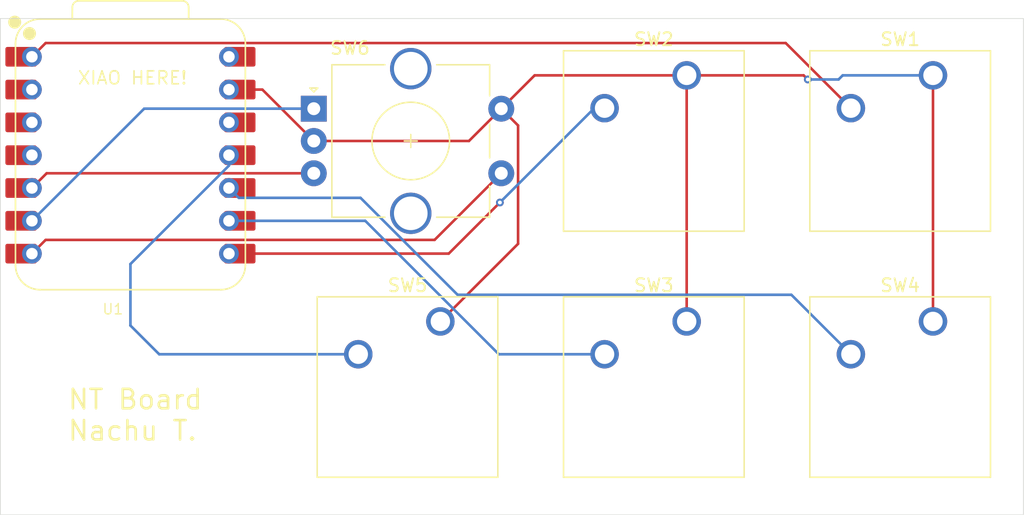
<source format=kicad_pcb>
(kicad_pcb (version 20240108) (generator "pcbnew") (generator_version "8.0")
  (layers (0 "F.Cu" signal) (31 "B.Cu" signal) (34 "B.Paste" user) (35 "F.Paste" user) (36 "B.SilkS" user "B.Silkscreen") (37 "F.SilkS" user "F.Silkscreen") (38 "B.Mask" user) (39 "F.Mask" user) (44 "Edge.Cuts" user))
  (net 0 "")
  (net 1 "Net-(U1-GPIO26{slash}ADC0{slash}A0)")
  (net 2 "GND")
  (net 3 "Net-(U1-GPIO1{slash}RX)")
  (net 4 "Net-(U1-GPIO2{slash}SCK)")
  (net 5 "Net-(U1-GPIO4{slash}MISO)")
  (net 6 "Net-(U1-GPIO3{slash}MOSI)")
  (net 7 "Net-(U1-GPIO6{slash}SDA)")
  (net 8 "Net-(U1-GPIO7{slash}SCL)")
  (net 9 "Net-(U1-GPIO0{slash}TX)")
  (net 14 "+5V")
  (footprint "Button_Switch_Keyboard:SW_Cherry_MX_1.00u_PCB" (layer "F.Cu") (at 152.55875 128.27)
    (property "Reference" "SW3" (at -2.54 -2.794 0) (layer "F.SilkS"))
    (property "Value" "SW_Push")
    (fp_line (start -9.525 -1.905) (end 4.445 -1.905) (stroke (width 0.12)) (layer "F.SilkS"))
    (fp_line (start -9.525 12.065) (end -9.525 -1.905) (stroke (width 0.12)) (layer "F.SilkS"))
    (fp_line (start 4.445 -1.905) (end 4.445 12.065) (stroke (width 0.12)) (layer "F.SilkS"))
    (fp_line (start 4.445 12.065) (end -9.525 12.065) (stroke (width 0.12)) (layer "F.SilkS"))
    (pad "" np_thru_hole circle (at -7.62 5.08) (size 1.7 1.7) (drill 1.7) (layers "*.Cu" "*.Mask"))
    (pad "" np_thru_hole circle (at -2.54 5.08) (size 4 4) (drill 4) (layers "*.Cu" "*.Mask"))
    (pad "" np_thru_hole circle (at 2.54 5.08) (size 1.7 1.7) (drill 1.7) (layers "*.Cu" "*.Mask"))
    (pad "1" thru_hole circle (at 0 0) (size 2.2 2.2) (drill 1.5) (layers "*.Cu" "*.Mask") (net 2 "GND"))
    (pad "2" thru_hole circle (at -6.35 2.54) (size 2.2 2.2) (drill 1.5) (layers "*.Cu" "*.Mask") (net 4 "Net-(U1-GPIO2{slash}SCK)"))
  )
  (footprint "Rotary_Encoder:RotaryEncoder_Alps_EC11E-Switch_Vertical_H20mm_CircularMountingHoles" (layer "F.Cu") (at 123.71875 111.8)
    (property "Reference" "SW6" (at 2.8 -4.7 0) (layer "F.SilkS"))
    (property "Value" "RotaryEncoder_Switch")
    (fp_line (start -0.3 -1.6) (end 0.3 -1.6) (stroke (width 0.12)) (layer "F.SilkS"))
    (fp_line (start 0 -1.3) (end -0.3 -1.6) (stroke (width 0.12)) (layer "F.SilkS"))
    (fp_line (start 0.3 -1.6) (end 0 -1.3) (stroke (width 0.12)) (layer "F.SilkS"))
    (fp_line (start 1.4 -3.4) (end 1.4 8.4) (stroke (width 0.12)) (layer "F.SilkS"))
    (fp_line (start 5.5 -3.4) (end 1.4 -3.4) (stroke (width 0.12)) (layer "F.SilkS"))
    (fp_line (start 5.5 8.4) (end 1.4 8.4) (stroke (width 0.12)) (layer "F.SilkS"))
    (fp_line (start 7 2.5) (end 8 2.5) (stroke (width 0.12)) (layer "F.SilkS"))
    (fp_line (start 7.5 2) (end 7.5 3) (stroke (width 0.12)) (layer "F.SilkS"))
    (fp_line (start 9.5 -3.4) (end 13.6 -3.4) (stroke (width 0.12)) (layer "F.SilkS"))
    (fp_line (start 13.6 -3.4) (end 13.6 -1) (stroke (width 0.12)) (layer "F.SilkS"))
    (fp_line (start 13.6 1.2) (end 13.6 3.8) (stroke (width 0.12)) (layer "F.SilkS"))
    (fp_line (start 13.6 6) (end 13.6 8.4) (stroke (width 0.12)) (layer "F.SilkS"))
    (fp_line (start 13.6 8.4) (end 9.5 8.4) (stroke (width 0.12)) (layer "F.SilkS"))
    (fp_circle (center 7.5 2.5) (end 10.5 2.5) (stroke (width 0.12)) (fill none) (layer "F.SilkS"))
    (pad "A" thru_hole rect (at 0 0) (size 2 2) (drill 1) (layers "*.Cu" "*.Mask") (net 8 "Net-(U1-GPIO7{slash}SCL)"))
    (pad "B" thru_hole circle (at 0 5) (size 2 2) (drill 1) (layers "*.Cu" "*.Mask") (net 7 "Net-(U1-GPIO6{slash}SDA)"))
    (pad "C" thru_hole circle (at 0 2.5) (size 2 2) (drill 1) (layers "*.Cu" "*.Mask") (net 2 "GND"))
    (pad "MP" thru_hole circle (at 7.5 -3.1) (size 3.2 3.2) (drill 2.6) (layers "*.Cu" "*.Mask"))
    (pad "MP" thru_hole circle (at 7.5 8.1) (size 3.2 3.2) (drill 2.6) (layers "*.Cu" "*.Mask"))
    (pad "S1" thru_hole circle (at 14.5 5) (size 2 2) (drill 1) (layers "*.Cu" "*.Mask") (net 9 "Net-(U1-GPIO0{slash}TX)"))
    (pad "S2" thru_hole circle (at 14.5 0) (size 2 2) (drill 1) (layers "*.Cu" "*.Mask") (net 2 "GND"))
  )
  (footprint "Button_Switch_Keyboard:SW_Cherry_MX_1.00u_PCB" (layer "F.Cu") (at 152.55875 109.22)
    (property "Reference" "SW2" (at -2.54 -2.794 0) (layer "F.SilkS"))
    (property "Value" "SW_Push")
    (fp_line (start -9.525 -1.905) (end 4.445 -1.905) (stroke (width 0.12)) (layer "F.SilkS"))
    (fp_line (start -9.525 12.065) (end -9.525 -1.905) (stroke (width 0.12)) (layer "F.SilkS"))
    (fp_line (start 4.445 -1.905) (end 4.445 12.065) (stroke (width 0.12)) (layer "F.SilkS"))
    (fp_line (start 4.445 12.065) (end -9.525 12.065) (stroke (width 0.12)) (layer "F.SilkS"))
    (pad "" np_thru_hole circle (at -7.62 5.08) (size 1.7 1.7) (drill 1.7) (layers "*.Cu" "*.Mask"))
    (pad "" np_thru_hole circle (at -2.54 5.08) (size 4 4) (drill 4) (layers "*.Cu" "*.Mask"))
    (pad "" np_thru_hole circle (at 2.54 5.08) (size 1.7 1.7) (drill 1.7) (layers "*.Cu" "*.Mask"))
    (pad "1" thru_hole circle (at 0 0) (size 2.2 2.2) (drill 1.5) (layers "*.Cu" "*.Mask") (net 2 "GND"))
    (pad "2" thru_hole circle (at -6.35 2.54) (size 2.2 2.2) (drill 1.5) (layers "*.Cu" "*.Mask") (net 3 "Net-(U1-GPIO1{slash}RX)"))
  )
  (footprint "Button_Switch_Keyboard:SW_Cherry_MX_1.00u_PCB" (layer "F.Cu") (at 171.60875 128.27)
    (property "Reference" "SW4" (at -2.54 -2.794 0) (layer "F.SilkS"))
    (property "Value" "SW_Push")
    (fp_line (start -9.525 -1.905) (end 4.445 -1.905) (stroke (width 0.12)) (layer "F.SilkS"))
    (fp_line (start -9.525 12.065) (end -9.525 -1.905) (stroke (width 0.12)) (layer "F.SilkS"))
    (fp_line (start 4.445 -1.905) (end 4.445 12.065) (stroke (width 0.12)) (layer "F.SilkS"))
    (fp_line (start 4.445 12.065) (end -9.525 12.065) (stroke (width 0.12)) (layer "F.SilkS"))
    (pad "" np_thru_hole circle (at -7.62 5.08) (size 1.7 1.7) (drill 1.7) (layers "*.Cu" "*.Mask"))
    (pad "" np_thru_hole circle (at -2.54 5.08) (size 4 4) (drill 4) (layers "*.Cu" "*.Mask"))
    (pad "" np_thru_hole circle (at 2.54 5.08) (size 1.7 1.7) (drill 1.7) (layers "*.Cu" "*.Mask"))
    (pad "1" thru_hole circle (at 0 0) (size 2.2 2.2) (drill 1.5) (layers "*.Cu" "*.Mask") (net 2 "GND"))
    (pad "2" thru_hole circle (at -6.35 2.54) (size 2.2 2.2) (drill 1.5) (layers "*.Cu" "*.Mask") (net 5 "Net-(U1-GPIO4{slash}MISO)"))
  )
  (footprint "Button_Switch_Keyboard:SW_Cherry_MX_1.00u_PCB" (layer "F.Cu") (at 171.60875 109.22)
    (property "Reference" "SW1" (at -2.54 -2.794 0) (layer "F.SilkS"))
    (property "Value" "SW_Push")
    (fp_line (start -9.525 -1.905) (end 4.445 -1.905) (stroke (width 0.12)) (layer "F.SilkS"))
    (fp_line (start -9.525 12.065) (end -9.525 -1.905) (stroke (width 0.12)) (layer "F.SilkS"))
    (fp_line (start 4.445 -1.905) (end 4.445 12.065) (stroke (width 0.12)) (layer "F.SilkS"))
    (fp_line (start 4.445 12.065) (end -9.525 12.065) (stroke (width 0.12)) (layer "F.SilkS"))
    (pad "" np_thru_hole circle (at -7.62 5.08) (size 1.7 1.7) (drill 1.7) (layers "*.Cu" "*.Mask"))
    (pad "" np_thru_hole circle (at -2.54 5.08) (size 4 4) (drill 4) (layers "*.Cu" "*.Mask"))
    (pad "" np_thru_hole circle (at 2.54 5.08) (size 1.7 1.7) (drill 1.7) (layers "*.Cu" "*.Mask"))
    (pad "1" thru_hole circle (at 0 0) (size 2.2 2.2) (drill 1.5) (layers "*.Cu" "*.Mask") (net 2 "GND"))
    (pad "2" thru_hole circle (at -6.35 2.54) (size 2.2 2.2) (drill 1.5) (layers "*.Cu" "*.Mask") (net 1 "Net-(U1-GPIO26{slash}ADC0{slash}A0)"))
  )
  (footprint "OPL:XIAO-RP2040-DIP" (layer "F.Cu") (at 109.5375 115.4)
    (property "Reference" "U1" (at -1.3575 11.92 0) (layer "F.SilkS") (effects (font (size 0.8 0.8) (thickness 0.1016))))
    (property "Value" "XIAO-RP2040-DIP")
    (fp_line (start -8.89 8.509) (end -8.89 -8.636) (stroke (width 0.127)) (layer "F.SilkS"))
    (fp_line (start -6.985 10.414) (end 6.985 10.414) (stroke (width 0.127)) (layer "F.SilkS"))
    (fp_line (start -4.495 -10.541) (end -4.491272 -11.451272) (stroke (width 0.127)) (layer "F.SilkS"))
    (fp_line (start -3.991272 -11.951) (end 4.004 -11.951) (stroke (width 0.127)) (layer "F.SilkS"))
    (fp_line (start 4.504 -11.451) (end 4.504 -10.541) (stroke (width 0.127)) (layer "F.SilkS"))
    (fp_line (start 6.985 -10.541) (end -6.985 -10.541) (stroke (width 0.1)) (layer "F.SilkS"))
    (fp_line (start 6.985 -10.541) (end -6.985 -10.541) (stroke (width 0.127)) (layer "F.SilkS"))
    (fp_line (start 8.89 8.509) (end 8.89 -8.636) (stroke (width 0.127)) (layer "F.SilkS"))
    (fp_arc (start -8.89 -8.636) (mid -8.332038 -9.983038) (end -6.985 -10.541) (stroke (width 0.127)) (layer "F.SilkS"))
    (fp_arc (start -6.985 10.414) (mid -8.332038 9.856038) (end -8.89 8.509) (stroke (width 0.127)) (layer "F.SilkS"))
    (fp_arc (start -4.491272 -11.451272) (mid -4.344724 -11.804644) (end -3.991272 -11.951) (stroke (width 0.127)) (layer "F.SilkS"))
    (fp_arc (start 4.004 -11.951) (mid 4.357553 -11.804553) (end 4.504 -11.451) (stroke (width 0.127)) (layer "F.SilkS"))
    (fp_arc (start 6.985 -10.541) (mid 8.332038 -9.983038) (end 8.89 -8.636) (stroke (width 0.127)) (layer "F.SilkS"))
    (fp_arc (start 8.89 8.509) (mid 8.332038 9.856038) (end 6.985 10.414) (stroke (width 0.127)) (layer "F.SilkS"))
    (fp_circle (center -8.95 -10.3) (end -8.95 -10.554) (stroke (width 0.5)) (fill solid) (layer "F.SilkS"))
    (fp_circle (center -7.807 -9.42) (end -7.807 -9.674) (stroke (width 0.5)) (fill solid) (layer "F.SilkS"))
    (pad "1" smd roundrect (at -8.455 -7.62 180) (size 2.432 1.524) (layers "F.Cu" "F.Mask") (roundrect_rratio 0.1) (net 1 "Net-(U1-GPIO26{slash}ADC0{slash}A0)"))
    (pad "1" thru_hole circle (at -7.62 -7.62 180) (size 1.524 1.524) (drill 0.889) (layers "*.Cu" "*.Mask") (net 1 "Net-(U1-GPIO26{slash}ADC0{slash}A0)"))
    (pad "2" smd roundrect (at -8.455 -5.08 180) (size 2.432 1.524) (layers "F.Cu" "F.Mask") (roundrect_rratio 0.1))
    (pad "2" thru_hole circle (at -7.62 -5.08 180) (size 1.524 1.524) (drill 0.889) (layers "*.Cu" "*.Mask"))
    (pad "3" smd roundrect (at -8.455 -2.54 180) (size 2.432 1.524) (layers "F.Cu" "F.Mask") (roundrect_rratio 0.1))
    (pad "3" thru_hole circle (at -7.62 -2.54 180) (size 1.524 1.524) (drill 0.889) (layers "*.Cu" "*.Mask"))
    (pad "4" smd roundrect (at -8.455 0 180) (size 2.432 1.524) (layers "F.Cu" "F.Mask") (roundrect_rratio 0.1))
    (pad "4" thru_hole circle (at -7.62 0 180) (size 1.524 1.524) (drill 0.889) (layers "*.Cu" "*.Mask"))
    (pad "5" smd roundrect (at -8.455 2.54 180) (size 2.432 1.524) (layers "F.Cu" "F.Mask") (roundrect_rratio 0.1) (net 7 "Net-(U1-GPIO6{slash}SDA)"))
    (pad "5" thru_hole circle (at -7.62 2.54 180) (size 1.524 1.524) (drill 0.889) (layers "*.Cu" "*.Mask") (net 7 "Net-(U1-GPIO6{slash}SDA)"))
    (pad "6" smd roundrect (at -8.455 5.08 180) (size 2.432 1.524) (layers "F.Cu" "F.Mask") (roundrect_rratio 0.1) (net 8 "Net-(U1-GPIO7{slash}SCL)"))
    (pad "6" thru_hole circle (at -7.62 5.08 180) (size 1.524 1.524) (drill 0.889) (layers "*.Cu" "*.Mask") (net 8 "Net-(U1-GPIO7{slash}SCL)"))
    (pad "7" smd roundrect (at -8.455 7.62 180) (size 2.432 1.524) (layers "F.Cu" "F.Mask") (roundrect_rratio 0.1) (net 9 "Net-(U1-GPIO0{slash}TX)"))
    (pad "7" thru_hole circle (at -7.62 7.62 180) (size 1.524 1.524) (drill 0.889) (layers "*.Cu" "*.Mask") (net 9 "Net-(U1-GPIO0{slash}TX)"))
    (pad "8" thru_hole circle (at 7.62 7.62) (size 1.524 1.524) (drill 0.889) (layers "*.Cu" "*.Mask") (net 3 "Net-(U1-GPIO1{slash}RX)"))
    (pad "8" smd roundrect (at 8.455 7.62) (size 2.432 1.524) (layers "F.Cu" "F.Mask") (roundrect_rratio 0.1) (net 3 "Net-(U1-GPIO1{slash}RX)"))
    (pad "9" thru_hole circle (at 7.62 5.08) (size 1.524 1.524) (drill 0.889) (layers "*.Cu" "*.Mask") (net 4 "Net-(U1-GPIO2{slash}SCK)"))
    (pad "9" smd roundrect (at 8.455 5.08) (size 2.432 1.524) (layers "F.Cu" "F.Mask") (roundrect_rratio 0.1) (net 4 "Net-(U1-GPIO2{slash}SCK)"))
    (pad "10" thru_hole circle (at 7.62 2.54) (size 1.524 1.524) (drill 0.889) (layers "*.Cu" "*.Mask") (net 5 "Net-(U1-GPIO4{slash}MISO)"))
    (pad "10" smd roundrect (at 8.455 2.54) (size 2.432 1.524) (layers "F.Cu" "F.Mask") (roundrect_rratio 0.1) (net 5 "Net-(U1-GPIO4{slash}MISO)"))
    (pad "11" thru_hole circle (at 7.62 0) (size 1.524 1.524) (drill 0.889) (layers "*.Cu" "*.Mask") (net 6 "Net-(U1-GPIO3{slash}MOSI)"))
    (pad "11" smd roundrect (at 8.455 0) (size 2.432 1.524) (layers "F.Cu" "F.Mask") (roundrect_rratio 0.1) (net 6 "Net-(U1-GPIO3{slash}MOSI)"))
    (pad "12" thru_hole circle (at 7.62 -2.54) (size 1.524 1.524) (drill 0.889) (layers "*.Cu" "*.Mask"))
    (pad "12" smd roundrect (at 8.455 -2.54) (size 2.432 1.524) (layers "F.Cu" "F.Mask") (roundrect_rratio 0.1))
    (pad "13" thru_hole circle (at 7.62 -5.08) (size 1.524 1.524) (drill 0.889) (layers "*.Cu" "*.Mask") (net 2 "GND"))
    (pad "13" smd roundrect (at 8.455 -5.08) (size 2.432 1.524) (layers "F.Cu" "F.Mask") (roundrect_rratio 0.1) (net 2 "GND"))
    (pad "14" thru_hole circle (at 7.62 -7.62) (size 1.524 1.524) (drill 0.889) (layers "*.Cu" "*.Mask") (net 14 "+5V"))
    (pad "14" smd roundrect (at 8.455 -7.62) (size 2.432 1.524) (layers "F.Cu" "F.Mask") (roundrect_rratio 0.1) (net 14 "+5V"))
  )
  (footprint "Button_Switch_Keyboard:SW_Cherry_MX_1.00u_PCB" (layer "F.Cu") (at 133.50875 128.27)
    (property "Reference" "SW5" (at -2.54 -2.794 0) (layer "F.SilkS"))
    (property "Value" "SW_Push")
    (fp_line (start -9.525 -1.905) (end 4.445 -1.905) (stroke (width 0.12)) (layer "F.SilkS"))
    (fp_line (start -9.525 12.065) (end -9.525 -1.905) (stroke (width 0.12)) (layer "F.SilkS"))
    (fp_line (start 4.445 -1.905) (end 4.445 12.065) (stroke (width 0.12)) (layer "F.SilkS"))
    (fp_line (start 4.445 12.065) (end -9.525 12.065) (stroke (width 0.12)) (layer "F.SilkS"))
    (pad "" np_thru_hole circle (at -7.62 5.08) (size 1.7 1.7) (drill 1.7) (layers "*.Cu" "*.Mask"))
    (pad "" np_thru_hole circle (at -2.54 5.08) (size 4 4) (drill 4) (layers "*.Cu" "*.Mask"))
    (pad "" np_thru_hole circle (at 2.54 5.08) (size 1.7 1.7) (drill 1.7) (layers "*.Cu" "*.Mask"))
    (pad "1" thru_hole circle (at 0 0) (size 2.2 2.2) (drill 1.5) (layers "*.Cu" "*.Mask") (net 2 "GND"))
    (pad "2" thru_hole circle (at -6.35 2.54) (size 2.2 2.2) (drill 1.5) (layers "*.Cu" "*.Mask") (net 6 "Net-(U1-GPIO3{slash}MOSI)"))
  )
  (gr_rect (start 99.475 104.82) (end 178.605 143.23) (stroke (width 0.05)) (fill none) (layer "Edge.Cuts"))
  (gr_text "NT Board\nNachu T." (at 104.6 137.6 0) (layer "F.SilkS") (effects (font (size 1.5 1.5) (thickness 0.2) (bold yes)) (justify left bottom)))
  (gr_text "XIAO HERE!" (at 105.4 110 0) (layer "F.SilkS") (effects (font (size 1 1) (thickness 0.125)) (justify left bottom)))
  (segment (start 101.9175 107.78) (end 102.9795 106.718) (width 0.2) (layer "F.Cu") (net 1))
  (segment (start 160.21675 106.718) (end 165.25875 111.76) (width 0.2) (layer "F.Cu") (net 1))
  (segment (start 102.9795 106.718) (end 160.21675 106.718) (width 0.2) (layer "F.Cu") (net 1))
  (segment (start 138.21875 111.8) (end 139.51875 113.1) (width 0.2) (layer "F.Cu") (net 2))
  (segment (start 138.21875 111.8) (end 140.79875 109.22) (width 0.2) (layer "F.Cu") (net 2))
  (segment (start 161.6075 109.22) (end 161.925 109.5375) (width 0.2) (layer "F.Cu") (net 2))
  (segment (start 171.60875 109.22) (end 171.60875 128.27) (width 0.2) (layer "F.Cu") (net 2))
  (segment (start 119.73875 110.32) (end 123.71875 114.3) (width 0.2) (layer "F.Cu") (net 2))
  (segment (start 139.51875 122.26) (end 133.50875 128.27) (width 0.2) (layer "F.Cu") (net 2))
  (segment (start 152.55875 109.22) (end 161.6075 109.22) (width 0.2) (layer "F.Cu") (net 2))
  (segment (start 117.1575 110.32) (end 119.73875 110.32) (width 0.2) (layer "F.Cu") (net 2))
  (segment (start 135.71875 114.3) (end 138.21875 111.8) (width 0.2) (layer "F.Cu") (net 2))
  (segment (start 139.51875 113.1) (end 139.51875 122.26) (width 0.2) (layer "F.Cu") (net 2))
  (segment (start 123.71875 114.3) (end 135.71875 114.3) (width 0.2) (layer "F.Cu") (net 2))
  (segment (start 152.55875 109.22) (end 152.55875 128.27) (width 0.2) (layer "F.Cu") (net 2))
  (segment (start 140.79875 109.22) (end 152.55875 109.22) (width 0.2) (layer "F.Cu") (net 2))
  (via (at 161.925 109.5375) (size 0.6) (drill 0.3) (layers "F.Cu" "B.Cu") (net 2))
  (segment (start 164.30625 109.5375) (end 164.62375 109.22) (width 0.2) (layer "B.Cu") (net 2))
  (segment (start 164.62375 109.22) (end 171.60875 109.22) (width 0.2) (layer "B.Cu") (net 2))
  (segment (start 161.925 109.5375) (end 164.30625 109.5375) (width 0.2) (layer "B.Cu") (net 2))
  (segment (start 117.1575 123.02) (end 134.155 123.02) (width 0.2) (layer "F.Cu") (net 3))
  (segment (start 134.155 123.02) (end 138.1125 119.0625) (width 0.2) (layer "F.Cu") (net 3))
  (via (at 138.1125 119.0625) (size 0.6) (drill 0.3) (layers "F.Cu" "B.Cu") (net 3))
  (segment (start 145.415 111.76) (end 146.20875 111.76) (width 0.2) (layer "B.Cu") (net 3))
  (segment (start 138.1125 119.0625) (end 145.415 111.76) (width 0.2) (layer "B.Cu") (net 3))
  (segment (start 127.698649 120.48) (end 138.028649 130.81) (width 0.2) (layer "B.Cu") (net 4))
  (segment (start 117.1575 120.48) (end 127.698649 120.48) (width 0.2) (layer "B.Cu") (net 4))
  (segment (start 138.028649 130.81) (end 146.20875 130.81) (width 0.2) (layer "B.Cu") (net 4))
  (segment (start 127.333743 118.701999) (end 134.837994 126.20625) (width 0.2) (layer "B.Cu") (net 5))
  (segment (start 134.837994 126.20625) (end 160.655 126.20625) (width 0.2) (layer "B.Cu") (net 5))
  (segment (start 117.1575 117.94) (end 117.919499 118.701999) (width 0.2) (layer "B.Cu") (net 5))
  (segment (start 117.919499 118.701999) (end 127.333743 118.701999) (width 0.2) (layer "B.Cu") (net 5))
  (segment (start 160.655 126.20625) (end 165.25875 130.81) (width 0.2) (layer "B.Cu") (net 5))
  (segment (start 109.5375 128.5875) (end 111.76 130.81) (width 0.2) (layer "B.Cu") (net 6))
  (segment (start 111.76 130.81) (end 127.15875 130.81) (width 0.2) (layer "B.Cu") (net 6))
  (segment (start 109.5375 123.825) (end 109.5375 128.5875) (width 0.2) (layer "B.Cu") (net 6))
  (segment (start 117.1575 115.4) (end 117.1575 116.205) (width 0.2) (layer "B.Cu") (net 6))
  (segment (start 117.1575 116.205) (end 109.5375 123.825) (width 0.2) (layer "B.Cu") (net 6))
  (segment (start 101.9175 117.94) (end 103.0575 116.8) (width 0.2) (layer "F.Cu") (net 7))
  (segment (start 103.0575 116.8) (end 123.71875 116.8) (width 0.2) (layer "F.Cu") (net 7))
  (segment (start 101.9175 120.48) (end 110.5995 111.798) (width 0.2) (layer "B.Cu") (net 8))
  (segment (start 110.5995 111.798) (end 123.71675 111.798) (width 0.2) (layer "B.Cu") (net 8))
  (segment (start 123.71675 111.798) (end 123.71875 111.8) (width 0.2) (layer "B.Cu") (net 8))
  (segment (start 133.06075 121.958) (end 138.21875 116.8) (width 0.2) (layer "F.Cu") (net 9))
  (segment (start 101.9175 123.02) (end 102.9795 121.958) (width 0.2) (layer "F.Cu") (net 9))
  (segment (start 102.9795 121.958) (end 133.06075 121.958) (width 0.2) (layer "F.Cu") (net 9))
)
</source>
